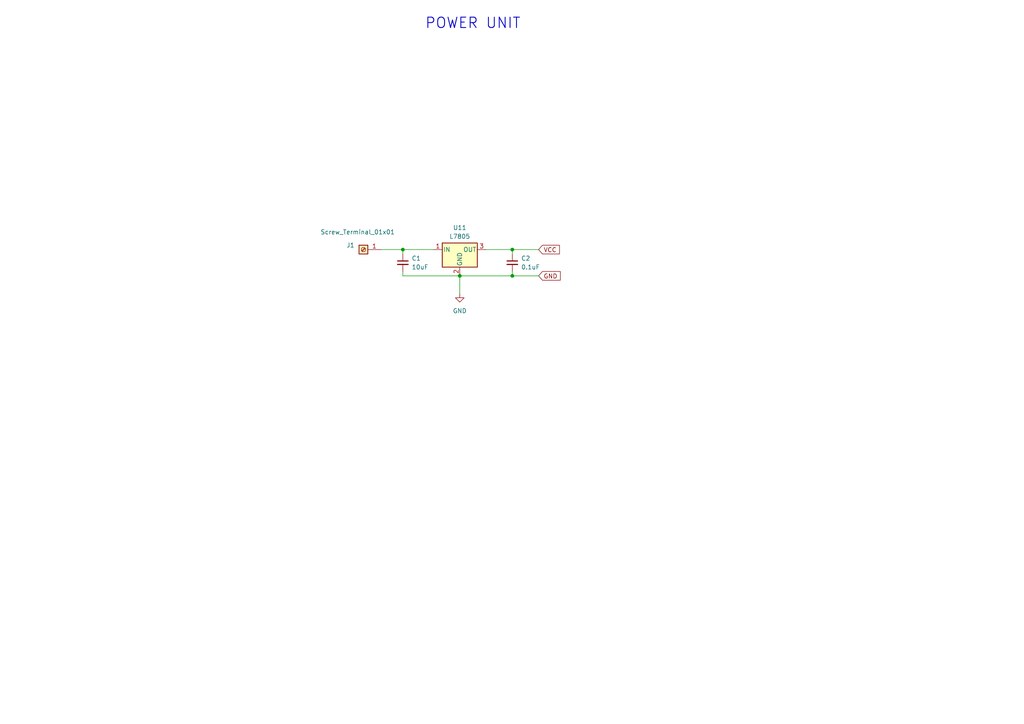
<source format=kicad_sch>
(kicad_sch
	(version 20250114)
	(generator "eeschema")
	(generator_version "9.0")
	(uuid "48a30bd1-9d6a-47c1-b28c-f70ed2772358")
	(paper "A4")
	(lib_symbols
		(symbol "Connector:Screw_Terminal_01x01"
			(pin_names
				(offset 1.016)
				(hide yes)
			)
			(exclude_from_sim no)
			(in_bom yes)
			(on_board yes)
			(property "Reference" "J"
				(at 0 2.54 0)
				(effects
					(font
						(size 1.27 1.27)
					)
				)
			)
			(property "Value" "Screw_Terminal_01x01"
				(at 0 -2.54 0)
				(effects
					(font
						(size 1.27 1.27)
					)
				)
			)
			(property "Footprint" ""
				(at 0 0 0)
				(effects
					(font
						(size 1.27 1.27)
					)
					(hide yes)
				)
			)
			(property "Datasheet" "~"
				(at 0 0 0)
				(effects
					(font
						(size 1.27 1.27)
					)
					(hide yes)
				)
			)
			(property "Description" "Generic screw terminal, single row, 01x01, script generated (kicad-library-utils/schlib/autogen/connector/)"
				(at 0 0 0)
				(effects
					(font
						(size 1.27 1.27)
					)
					(hide yes)
				)
			)
			(property "ki_keywords" "screw terminal"
				(at 0 0 0)
				(effects
					(font
						(size 1.27 1.27)
					)
					(hide yes)
				)
			)
			(property "ki_fp_filters" "TerminalBlock*:*"
				(at 0 0 0)
				(effects
					(font
						(size 1.27 1.27)
					)
					(hide yes)
				)
			)
			(symbol "Screw_Terminal_01x01_1_1"
				(rectangle
					(start -1.27 1.27)
					(end 1.27 -1.27)
					(stroke
						(width 0.254)
						(type default)
					)
					(fill
						(type background)
					)
				)
				(polyline
					(pts
						(xy -0.5334 0.3302) (xy 0.3302 -0.508)
					)
					(stroke
						(width 0.1524)
						(type default)
					)
					(fill
						(type none)
					)
				)
				(polyline
					(pts
						(xy -0.3556 0.508) (xy 0.508 -0.3302)
					)
					(stroke
						(width 0.1524)
						(type default)
					)
					(fill
						(type none)
					)
				)
				(circle
					(center 0 0)
					(radius 0.635)
					(stroke
						(width 0.1524)
						(type default)
					)
					(fill
						(type none)
					)
				)
				(pin passive line
					(at -5.08 0 0)
					(length 3.81)
					(name "Pin_1"
						(effects
							(font
								(size 1.27 1.27)
							)
						)
					)
					(number "1"
						(effects
							(font
								(size 1.27 1.27)
							)
						)
					)
				)
			)
			(embedded_fonts no)
		)
		(symbol "Device:C_Small"
			(pin_numbers
				(hide yes)
			)
			(pin_names
				(offset 0.254)
				(hide yes)
			)
			(exclude_from_sim no)
			(in_bom yes)
			(on_board yes)
			(property "Reference" "C"
				(at 0.254 1.778 0)
				(effects
					(font
						(size 1.27 1.27)
					)
					(justify left)
				)
			)
			(property "Value" "C_Small"
				(at 0.254 -2.032 0)
				(effects
					(font
						(size 1.27 1.27)
					)
					(justify left)
				)
			)
			(property "Footprint" ""
				(at 0 0 0)
				(effects
					(font
						(size 1.27 1.27)
					)
					(hide yes)
				)
			)
			(property "Datasheet" "~"
				(at 0 0 0)
				(effects
					(font
						(size 1.27 1.27)
					)
					(hide yes)
				)
			)
			(property "Description" "Unpolarized capacitor, small symbol"
				(at 0 0 0)
				(effects
					(font
						(size 1.27 1.27)
					)
					(hide yes)
				)
			)
			(property "ki_keywords" "capacitor cap"
				(at 0 0 0)
				(effects
					(font
						(size 1.27 1.27)
					)
					(hide yes)
				)
			)
			(property "ki_fp_filters" "C_*"
				(at 0 0 0)
				(effects
					(font
						(size 1.27 1.27)
					)
					(hide yes)
				)
			)
			(symbol "C_Small_0_1"
				(polyline
					(pts
						(xy -1.524 0.508) (xy 1.524 0.508)
					)
					(stroke
						(width 0.3048)
						(type default)
					)
					(fill
						(type none)
					)
				)
				(polyline
					(pts
						(xy -1.524 -0.508) (xy 1.524 -0.508)
					)
					(stroke
						(width 0.3302)
						(type default)
					)
					(fill
						(type none)
					)
				)
			)
			(symbol "C_Small_1_1"
				(pin passive line
					(at 0 2.54 270)
					(length 2.032)
					(name "~"
						(effects
							(font
								(size 1.27 1.27)
							)
						)
					)
					(number "1"
						(effects
							(font
								(size 1.27 1.27)
							)
						)
					)
				)
				(pin passive line
					(at 0 -2.54 90)
					(length 2.032)
					(name "~"
						(effects
							(font
								(size 1.27 1.27)
							)
						)
					)
					(number "2"
						(effects
							(font
								(size 1.27 1.27)
							)
						)
					)
				)
			)
			(embedded_fonts no)
		)
		(symbol "Regulator_Linear:L7805"
			(pin_names
				(offset 0.254)
			)
			(exclude_from_sim no)
			(in_bom yes)
			(on_board yes)
			(property "Reference" "U"
				(at -3.81 3.175 0)
				(effects
					(font
						(size 1.27 1.27)
					)
				)
			)
			(property "Value" "L7805"
				(at 0 3.175 0)
				(effects
					(font
						(size 1.27 1.27)
					)
					(justify left)
				)
			)
			(property "Footprint" ""
				(at 0.635 -3.81 0)
				(effects
					(font
						(size 1.27 1.27)
						(italic yes)
					)
					(justify left)
					(hide yes)
				)
			)
			(property "Datasheet" "http://www.st.com/content/ccc/resource/technical/document/datasheet/41/4f/b3/b0/12/d4/47/88/CD00000444.pdf/files/CD00000444.pdf/jcr:content/translations/en.CD00000444.pdf"
				(at 0 -1.27 0)
				(effects
					(font
						(size 1.27 1.27)
					)
					(hide yes)
				)
			)
			(property "Description" "Positive 1.5A 35V Linear Regulator, Fixed Output 5V, TO-220/TO-263/TO-252"
				(at 0 0 0)
				(effects
					(font
						(size 1.27 1.27)
					)
					(hide yes)
				)
			)
			(property "ki_keywords" "Voltage Regulator 1.5A Positive"
				(at 0 0 0)
				(effects
					(font
						(size 1.27 1.27)
					)
					(hide yes)
				)
			)
			(property "ki_fp_filters" "TO?252* TO?263* TO?220*"
				(at 0 0 0)
				(effects
					(font
						(size 1.27 1.27)
					)
					(hide yes)
				)
			)
			(symbol "L7805_0_1"
				(rectangle
					(start -5.08 1.905)
					(end 5.08 -5.08)
					(stroke
						(width 0.254)
						(type default)
					)
					(fill
						(type background)
					)
				)
			)
			(symbol "L7805_1_1"
				(pin power_in line
					(at -7.62 0 0)
					(length 2.54)
					(name "IN"
						(effects
							(font
								(size 1.27 1.27)
							)
						)
					)
					(number "1"
						(effects
							(font
								(size 1.27 1.27)
							)
						)
					)
				)
				(pin power_in line
					(at 0 -7.62 90)
					(length 2.54)
					(name "GND"
						(effects
							(font
								(size 1.27 1.27)
							)
						)
					)
					(number "2"
						(effects
							(font
								(size 1.27 1.27)
							)
						)
					)
				)
				(pin power_out line
					(at 7.62 0 180)
					(length 2.54)
					(name "OUT"
						(effects
							(font
								(size 1.27 1.27)
							)
						)
					)
					(number "3"
						(effects
							(font
								(size 1.27 1.27)
							)
						)
					)
				)
			)
			(embedded_fonts no)
		)
		(symbol "power:GND"
			(power)
			(pin_numbers
				(hide yes)
			)
			(pin_names
				(offset 0)
				(hide yes)
			)
			(exclude_from_sim no)
			(in_bom yes)
			(on_board yes)
			(property "Reference" "#PWR"
				(at 0 -6.35 0)
				(effects
					(font
						(size 1.27 1.27)
					)
					(hide yes)
				)
			)
			(property "Value" "GND"
				(at 0 -3.81 0)
				(effects
					(font
						(size 1.27 1.27)
					)
				)
			)
			(property "Footprint" ""
				(at 0 0 0)
				(effects
					(font
						(size 1.27 1.27)
					)
					(hide yes)
				)
			)
			(property "Datasheet" ""
				(at 0 0 0)
				(effects
					(font
						(size 1.27 1.27)
					)
					(hide yes)
				)
			)
			(property "Description" "Power symbol creates a global label with name \"GND\" , ground"
				(at 0 0 0)
				(effects
					(font
						(size 1.27 1.27)
					)
					(hide yes)
				)
			)
			(property "ki_keywords" "global power"
				(at 0 0 0)
				(effects
					(font
						(size 1.27 1.27)
					)
					(hide yes)
				)
			)
			(symbol "GND_0_1"
				(polyline
					(pts
						(xy 0 0) (xy 0 -1.27) (xy 1.27 -1.27) (xy 0 -2.54) (xy -1.27 -1.27) (xy 0 -1.27)
					)
					(stroke
						(width 0)
						(type default)
					)
					(fill
						(type none)
					)
				)
			)
			(symbol "GND_1_1"
				(pin power_in line
					(at 0 0 270)
					(length 0)
					(name "~"
						(effects
							(font
								(size 1.27 1.27)
							)
						)
					)
					(number "1"
						(effects
							(font
								(size 1.27 1.27)
							)
						)
					)
				)
			)
			(embedded_fonts no)
		)
	)
	(text "POWER UNIT"
		(exclude_from_sim no)
		(at 137.16 6.858 0)
		(effects
			(font
				(size 3 3)
				(thickness 0.254)
				(bold yes)
			)
		)
		(uuid "d2ccc15f-0f89-479f-be6d-f73f49a8650f")
	)
	(junction
		(at 148.59 80.01)
		(diameter 0)
		(color 0 0 0 0)
		(uuid "4004a74e-f7b3-49c0-8192-221eb83e5fb1")
	)
	(junction
		(at 148.59 72.39)
		(diameter 0)
		(color 0 0 0 0)
		(uuid "7e68c4b3-7117-4c4c-98ee-9cbb408cc9f6")
	)
	(junction
		(at 133.35 80.01)
		(diameter 0)
		(color 0 0 0 0)
		(uuid "b2b5d381-d585-4b1c-b8a3-568712e4320f")
	)
	(junction
		(at 116.84 72.39)
		(diameter 0)
		(color 0 0 0 0)
		(uuid "ddce18bc-50df-4c33-b83e-725ed9ff7689")
	)
	(wire
		(pts
			(xy 148.59 80.01) (xy 156.21 80.01)
		)
		(stroke
			(width 0)
			(type default)
		)
		(uuid "0325a252-1c86-4659-a624-3a322e98cd8b")
	)
	(wire
		(pts
			(xy 116.84 80.01) (xy 133.35 80.01)
		)
		(stroke
			(width 0)
			(type default)
		)
		(uuid "0cdc8775-d5c6-4bf6-af6b-9d99bb4f5502")
	)
	(wire
		(pts
			(xy 110.49 72.39) (xy 116.84 72.39)
		)
		(stroke
			(width 0)
			(type default)
		)
		(uuid "1e60d089-d6e7-4b3c-8e98-9bafd0dfd053")
	)
	(wire
		(pts
			(xy 148.59 72.39) (xy 156.21 72.39)
		)
		(stroke
			(width 0)
			(type default)
		)
		(uuid "3bcce4a9-d5c7-40a9-9e72-81f4f3f69825")
	)
	(wire
		(pts
			(xy 148.59 78.74) (xy 148.59 80.01)
		)
		(stroke
			(width 0)
			(type default)
		)
		(uuid "4350b6b5-1a3e-4ea7-800c-37d56693c570")
	)
	(wire
		(pts
			(xy 148.59 72.39) (xy 148.59 73.66)
		)
		(stroke
			(width 0)
			(type default)
		)
		(uuid "5eb6283f-284e-476c-bc3e-e6738c76598c")
	)
	(wire
		(pts
			(xy 133.35 80.01) (xy 148.59 80.01)
		)
		(stroke
			(width 0)
			(type default)
		)
		(uuid "7770ee37-046f-47b3-aadf-aaf2e059b958")
	)
	(wire
		(pts
			(xy 116.84 72.39) (xy 125.73 72.39)
		)
		(stroke
			(width 0)
			(type default)
		)
		(uuid "91623aed-7663-41c6-b1d5-a60549fcd322")
	)
	(wire
		(pts
			(xy 133.35 80.01) (xy 133.35 85.09)
		)
		(stroke
			(width 0)
			(type default)
		)
		(uuid "af940c5c-5996-4d4c-8e80-b42063a14971")
	)
	(wire
		(pts
			(xy 116.84 73.66) (xy 116.84 72.39)
		)
		(stroke
			(width 0)
			(type default)
		)
		(uuid "caab39b1-d07c-40f6-be76-149be10849c3")
	)
	(wire
		(pts
			(xy 116.84 78.74) (xy 116.84 80.01)
		)
		(stroke
			(width 0)
			(type default)
		)
		(uuid "dc4656bd-678d-434e-bde2-91b14e046324")
	)
	(wire
		(pts
			(xy 140.97 72.39) (xy 148.59 72.39)
		)
		(stroke
			(width 0)
			(type default)
		)
		(uuid "f1513162-63cc-4a72-9bcb-515749f05282")
	)
	(global_label "GND"
		(shape input)
		(at 156.21 80.01 0)
		(fields_autoplaced yes)
		(effects
			(font
				(size 1.27 1.27)
			)
			(justify left)
		)
		(uuid "59b8a1cd-23de-45f0-95c5-0a9eb01e4e2f")
		(property "Intersheetrefs" "${INTERSHEET_REFS}"
			(at 163.0657 80.01 0)
			(effects
				(font
					(size 1.27 1.27)
				)
				(justify left)
				(hide yes)
			)
		)
	)
	(global_label "VCC"
		(shape input)
		(at 156.21 72.39 0)
		(fields_autoplaced yes)
		(effects
			(font
				(size 1.27 1.27)
			)
			(justify left)
		)
		(uuid "92a16e6f-20f0-4e75-8f98-b9b82752ed1c")
		(property "Intersheetrefs" "${INTERSHEET_REFS}"
			(at 162.8238 72.39 0)
			(effects
				(font
					(size 1.27 1.27)
				)
				(justify left)
				(hide yes)
			)
		)
	)
	(symbol
		(lib_id "Connector:Screw_Terminal_01x01")
		(at 105.41 72.39 0)
		(mirror y)
		(unit 1)
		(exclude_from_sim no)
		(in_bom yes)
		(on_board yes)
		(dnp no)
		(uuid "54154e5c-a9ff-4f05-9d5b-d5ada1089eaf")
		(property "Reference" "J1"
			(at 102.87 71.1199 0)
			(effects
				(font
					(size 1.27 1.27)
				)
				(justify left)
			)
		)
		(property "Value" "Screw_Terminal_01x01"
			(at 114.554 67.31 0)
			(effects
				(font
					(size 1.27 1.27)
				)
				(justify left)
			)
		)
		(property "Footprint" ""
			(at 105.41 72.39 0)
			(effects
				(font
					(size 1.27 1.27)
				)
				(hide yes)
			)
		)
		(property "Datasheet" "~"
			(at 105.41 72.39 0)
			(effects
				(font
					(size 1.27 1.27)
				)
				(hide yes)
			)
		)
		(property "Description" "Generic screw terminal, single row, 01x01, script generated (kicad-library-utils/schlib/autogen/connector/)"
			(at 105.41 72.39 0)
			(effects
				(font
					(size 1.27 1.27)
				)
				(hide yes)
			)
		)
		(pin "1"
			(uuid "107a5ebc-7085-4532-b31e-2297df1ebec0")
		)
		(instances
			(project ""
				(path "/1449d528-6a1c-4c98-a8ec-b6d1ba05be53/66e0a75a-d311-4576-87e0-712e0c1acaec"
					(reference "J1")
					(unit 1)
				)
			)
		)
	)
	(symbol
		(lib_id "Device:C_Small")
		(at 116.84 76.2 0)
		(unit 1)
		(exclude_from_sim no)
		(in_bom yes)
		(on_board yes)
		(dnp no)
		(fields_autoplaced yes)
		(uuid "97510d12-24c3-4645-84ca-ef187fbec56f")
		(property "Reference" "C1"
			(at 119.38 74.9362 0)
			(effects
				(font
					(size 1.27 1.27)
				)
				(justify left)
			)
		)
		(property "Value" "10uF"
			(at 119.38 77.4762 0)
			(effects
				(font
					(size 1.27 1.27)
				)
				(justify left)
			)
		)
		(property "Footprint" ""
			(at 116.84 76.2 0)
			(effects
				(font
					(size 1.27 1.27)
				)
				(hide yes)
			)
		)
		(property "Datasheet" "~"
			(at 116.84 76.2 0)
			(effects
				(font
					(size 1.27 1.27)
				)
				(hide yes)
			)
		)
		(property "Description" "Unpolarized capacitor, small symbol"
			(at 116.84 76.2 0)
			(effects
				(font
					(size 1.27 1.27)
				)
				(hide yes)
			)
		)
		(pin "1"
			(uuid "f990734f-8642-4b34-bb8b-30254cbf2592")
		)
		(pin "2"
			(uuid "eab5beab-d303-4876-90d1-f1d013cf4092")
		)
		(instances
			(project "4bitalu"
				(path "/1449d528-6a1c-4c98-a8ec-b6d1ba05be53/66e0a75a-d311-4576-87e0-712e0c1acaec"
					(reference "C1")
					(unit 1)
				)
			)
		)
	)
	(symbol
		(lib_id "Regulator_Linear:L7805")
		(at 133.35 72.39 0)
		(unit 1)
		(exclude_from_sim no)
		(in_bom yes)
		(on_board yes)
		(dnp no)
		(fields_autoplaced yes)
		(uuid "b870129c-7dc8-49f7-b652-b2032c15cb90")
		(property "Reference" "U11"
			(at 133.35 66.04 0)
			(effects
				(font
					(size 1.27 1.27)
				)
			)
		)
		(property "Value" "L7805"
			(at 133.35 68.58 0)
			(effects
				(font
					(size 1.27 1.27)
				)
			)
		)
		(property "Footprint" ""
			(at 133.985 76.2 0)
			(effects
				(font
					(size 1.27 1.27)
					(italic yes)
				)
				(justify left)
				(hide yes)
			)
		)
		(property "Datasheet" "http://www.st.com/content/ccc/resource/technical/document/datasheet/41/4f/b3/b0/12/d4/47/88/CD00000444.pdf/files/CD00000444.pdf/jcr:content/translations/en.CD00000444.pdf"
			(at 133.35 73.66 0)
			(effects
				(font
					(size 1.27 1.27)
				)
				(hide yes)
			)
		)
		(property "Description" "Positive 1.5A 35V Linear Regulator, Fixed Output 5V, TO-220/TO-263/TO-252"
			(at 133.35 72.39 0)
			(effects
				(font
					(size 1.27 1.27)
				)
				(hide yes)
			)
		)
		(pin "2"
			(uuid "199a0de4-9fe3-4042-8e1d-4f72caebf587")
		)
		(pin "1"
			(uuid "2ffd0448-5724-4bf2-80c4-b729061c3556")
		)
		(pin "3"
			(uuid "5dd2414c-c79b-4b73-88e4-3fd020b00ea3")
		)
		(instances
			(project ""
				(path "/1449d528-6a1c-4c98-a8ec-b6d1ba05be53/66e0a75a-d311-4576-87e0-712e0c1acaec"
					(reference "U11")
					(unit 1)
				)
			)
		)
	)
	(symbol
		(lib_id "Device:C_Small")
		(at 148.59 76.2 0)
		(unit 1)
		(exclude_from_sim no)
		(in_bom yes)
		(on_board yes)
		(dnp no)
		(fields_autoplaced yes)
		(uuid "cab7afba-7489-4c56-af36-ceb492e4ef0d")
		(property "Reference" "C2"
			(at 151.13 74.9362 0)
			(effects
				(font
					(size 1.27 1.27)
				)
				(justify left)
			)
		)
		(property "Value" "0.1uF"
			(at 151.13 77.4762 0)
			(effects
				(font
					(size 1.27 1.27)
				)
				(justify left)
			)
		)
		(property "Footprint" ""
			(at 148.59 76.2 0)
			(effects
				(font
					(size 1.27 1.27)
				)
				(hide yes)
			)
		)
		(property "Datasheet" "~"
			(at 148.59 76.2 0)
			(effects
				(font
					(size 1.27 1.27)
				)
				(hide yes)
			)
		)
		(property "Description" "Unpolarized capacitor, small symbol"
			(at 148.59 76.2 0)
			(effects
				(font
					(size 1.27 1.27)
				)
				(hide yes)
			)
		)
		(pin "1"
			(uuid "6584bb1e-3626-4b6d-bec7-a682e53eb300")
		)
		(pin "2"
			(uuid "02a9ae7d-c748-44f8-947b-b415d8f506f6")
		)
		(instances
			(project ""
				(path "/1449d528-6a1c-4c98-a8ec-b6d1ba05be53/66e0a75a-d311-4576-87e0-712e0c1acaec"
					(reference "C2")
					(unit 1)
				)
			)
		)
	)
	(symbol
		(lib_id "power:GND")
		(at 133.35 85.09 0)
		(unit 1)
		(exclude_from_sim no)
		(in_bom yes)
		(on_board yes)
		(dnp no)
		(fields_autoplaced yes)
		(uuid "cd266fd8-5edc-4ce8-aa88-1097c814a95a")
		(property "Reference" "#PWR05"
			(at 133.35 91.44 0)
			(effects
				(font
					(size 1.27 1.27)
				)
				(hide yes)
			)
		)
		(property "Value" "GND"
			(at 133.35 90.17 0)
			(effects
				(font
					(size 1.27 1.27)
				)
			)
		)
		(property "Footprint" ""
			(at 133.35 85.09 0)
			(effects
				(font
					(size 1.27 1.27)
				)
				(hide yes)
			)
		)
		(property "Datasheet" ""
			(at 133.35 85.09 0)
			(effects
				(font
					(size 1.27 1.27)
				)
				(hide yes)
			)
		)
		(property "Description" "Power symbol creates a global label with name \"GND\" , ground"
			(at 133.35 85.09 0)
			(effects
				(font
					(size 1.27 1.27)
				)
				(hide yes)
			)
		)
		(pin "1"
			(uuid "d700d5e8-2b4f-4d2b-9035-ff9d2bd98b6b")
		)
		(instances
			(project ""
				(path "/1449d528-6a1c-4c98-a8ec-b6d1ba05be53/66e0a75a-d311-4576-87e0-712e0c1acaec"
					(reference "#PWR05")
					(unit 1)
				)
			)
		)
	)
)

</source>
